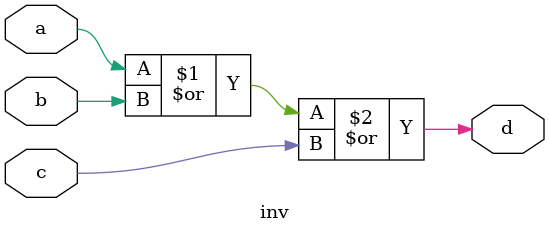
<source format=v>
`timescale 1ns / 1ps


module inv(
    input a,
    input b,
    input c,
    output d
    );
assign d = a | b | c;
endmodule

</source>
